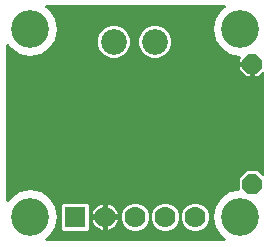
<source format=gbr>
G04 EAGLE Gerber RS-274X export*
G75*
%MOMM*%
%FSLAX34Y34*%
%LPD*%
%INBottom Copper*%
%IPPOS*%
%AMOC8*
5,1,8,0,0,1.08239X$1,22.5*%
G01*
%ADD10C,3.200000*%
%ADD11C,2.184400*%
%ADD12R,1.778000X1.778000*%
%ADD13C,1.778000*%
%ADD14P,1.814519X8X112.500000*%
%ADD15C,1.008000*%
%ADD16C,0.406400*%

G36*
X189498Y5094D02*
X189498Y5094D01*
X189603Y5098D01*
X189655Y5114D01*
X189710Y5121D01*
X189807Y5159D01*
X189907Y5189D01*
X189955Y5217D01*
X190006Y5238D01*
X190090Y5299D01*
X190180Y5353D01*
X190219Y5392D01*
X190263Y5424D01*
X190330Y5505D01*
X190403Y5579D01*
X190431Y5627D01*
X190466Y5669D01*
X190510Y5764D01*
X190563Y5854D01*
X190578Y5907D01*
X190601Y5957D01*
X190621Y6060D01*
X190650Y6160D01*
X190651Y6215D01*
X190661Y6269D01*
X190655Y6374D01*
X190657Y6478D01*
X190645Y6532D01*
X190642Y6587D01*
X190609Y6686D01*
X190586Y6788D01*
X190560Y6837D01*
X190543Y6889D01*
X190488Y6978D01*
X190440Y7070D01*
X190403Y7112D01*
X190373Y7158D01*
X190297Y7230D01*
X190228Y7308D01*
X190157Y7361D01*
X190142Y7376D01*
X190129Y7383D01*
X190100Y7405D01*
X187166Y9366D01*
X182250Y16722D01*
X180524Y25400D01*
X182250Y34078D01*
X187166Y41434D01*
X194522Y46350D01*
X201416Y47721D01*
X201562Y47770D01*
X201707Y47817D01*
X201712Y47820D01*
X201717Y47822D01*
X201846Y47904D01*
X201976Y47987D01*
X201980Y47991D01*
X201985Y47994D01*
X202088Y48106D01*
X202194Y48219D01*
X202197Y48224D01*
X202200Y48228D01*
X202274Y48363D01*
X202348Y48497D01*
X202349Y48502D01*
X202352Y48507D01*
X202389Y48658D01*
X202427Y48805D01*
X202428Y48812D01*
X202428Y48816D01*
X202428Y48825D01*
X202437Y48966D01*
X202437Y57864D01*
X208836Y64263D01*
X217884Y64263D01*
X221353Y60795D01*
X221462Y60709D01*
X221569Y60621D01*
X221588Y60612D01*
X221604Y60600D01*
X221732Y60544D01*
X221857Y60485D01*
X221877Y60481D01*
X221896Y60473D01*
X222034Y60451D01*
X222170Y60425D01*
X222190Y60427D01*
X222210Y60423D01*
X222349Y60436D01*
X222487Y60445D01*
X222506Y60451D01*
X222526Y60453D01*
X222658Y60500D01*
X222789Y60543D01*
X222807Y60554D01*
X222826Y60561D01*
X222941Y60639D01*
X223058Y60713D01*
X223072Y60728D01*
X223089Y60739D01*
X223181Y60844D01*
X223276Y60945D01*
X223286Y60963D01*
X223299Y60978D01*
X223363Y61102D01*
X223430Y61223D01*
X223435Y61243D01*
X223444Y61261D01*
X223474Y61397D01*
X223509Y61531D01*
X223511Y61559D01*
X223514Y61571D01*
X223513Y61592D01*
X223519Y61692D01*
X223519Y147306D01*
X223502Y147444D01*
X223489Y147583D01*
X223482Y147602D01*
X223479Y147622D01*
X223428Y147751D01*
X223381Y147882D01*
X223370Y147899D01*
X223362Y147918D01*
X223281Y148030D01*
X223203Y148145D01*
X223187Y148159D01*
X223176Y148175D01*
X223068Y148264D01*
X222964Y148356D01*
X222946Y148365D01*
X222931Y148378D01*
X222805Y148437D01*
X222681Y148500D01*
X222661Y148505D01*
X222643Y148513D01*
X222507Y148539D01*
X222371Y148570D01*
X222350Y148569D01*
X222331Y148573D01*
X222192Y148564D01*
X222053Y148560D01*
X222033Y148555D01*
X222013Y148553D01*
X221881Y148511D01*
X221747Y148472D01*
X221730Y148462D01*
X221711Y148455D01*
X221593Y148381D01*
X221473Y148310D01*
X221452Y148292D01*
X221442Y148285D01*
X221428Y148270D01*
X221353Y148204D01*
X217674Y144525D01*
X215391Y144525D01*
X215391Y154178D01*
X215376Y154296D01*
X215369Y154415D01*
X215356Y154453D01*
X215351Y154493D01*
X215308Y154604D01*
X215271Y154717D01*
X215249Y154751D01*
X215234Y154789D01*
X215165Y154885D01*
X215101Y154986D01*
X215071Y155014D01*
X215048Y155046D01*
X214956Y155122D01*
X214869Y155204D01*
X214834Y155223D01*
X214803Y155249D01*
X214695Y155300D01*
X214591Y155357D01*
X214551Y155367D01*
X214515Y155385D01*
X214398Y155407D01*
X214283Y155437D01*
X214223Y155441D01*
X214203Y155444D01*
X214182Y155443D01*
X214122Y155447D01*
X213867Y155447D01*
X213867Y155702D01*
X213852Y155820D01*
X213845Y155939D01*
X213832Y155977D01*
X213827Y156018D01*
X213783Y156128D01*
X213747Y156241D01*
X213725Y156276D01*
X213710Y156313D01*
X213640Y156409D01*
X213577Y156510D01*
X213547Y156538D01*
X213523Y156571D01*
X213432Y156647D01*
X213345Y156728D01*
X213310Y156748D01*
X213278Y156773D01*
X213171Y156824D01*
X213066Y156882D01*
X213027Y156892D01*
X212991Y156909D01*
X212874Y156931D01*
X212758Y156961D01*
X212698Y156965D01*
X212678Y156969D01*
X212658Y156967D01*
X212598Y156971D01*
X202945Y156971D01*
X202945Y159254D01*
X203285Y159594D01*
X203294Y159606D01*
X203306Y159615D01*
X203392Y159732D01*
X203480Y159845D01*
X203486Y159859D01*
X203495Y159871D01*
X203549Y160005D01*
X203607Y160137D01*
X203609Y160152D01*
X203615Y160165D01*
X203634Y160308D01*
X203657Y160451D01*
X203655Y160466D01*
X203657Y160481D01*
X203640Y160624D01*
X203627Y160768D01*
X203622Y160782D01*
X203620Y160796D01*
X203568Y160931D01*
X203519Y161067D01*
X203511Y161079D01*
X203506Y161093D01*
X203421Y161211D01*
X203341Y161330D01*
X203329Y161340D01*
X203321Y161352D01*
X203210Y161445D01*
X203102Y161541D01*
X203089Y161547D01*
X203078Y161557D01*
X202947Y161620D01*
X202819Y161685D01*
X202804Y161689D01*
X202791Y161695D01*
X202636Y161736D01*
X194522Y163350D01*
X187166Y168266D01*
X182250Y175622D01*
X180524Y184300D01*
X182250Y192978D01*
X187166Y200334D01*
X190100Y202295D01*
X190179Y202363D01*
X190263Y202424D01*
X190298Y202467D01*
X190340Y202503D01*
X190399Y202589D01*
X190466Y202669D01*
X190489Y202719D01*
X190521Y202765D01*
X190557Y202863D01*
X190602Y202957D01*
X190612Y203011D01*
X190631Y203063D01*
X190642Y203167D01*
X190661Y203270D01*
X190658Y203325D01*
X190664Y203379D01*
X190648Y203483D01*
X190642Y203587D01*
X190625Y203639D01*
X190616Y203694D01*
X190576Y203790D01*
X190544Y203889D01*
X190514Y203936D01*
X190493Y203987D01*
X190429Y204070D01*
X190373Y204158D01*
X190333Y204196D01*
X190300Y204240D01*
X190218Y204305D01*
X190142Y204376D01*
X190094Y204403D01*
X190050Y204437D01*
X189955Y204479D01*
X189863Y204530D01*
X189810Y204543D01*
X189759Y204566D01*
X189656Y204583D01*
X189555Y204609D01*
X189467Y204615D01*
X189446Y204618D01*
X189431Y204617D01*
X189395Y204619D01*
X39205Y204619D01*
X39102Y204606D01*
X38997Y204602D01*
X38945Y204586D01*
X38890Y204579D01*
X38793Y204541D01*
X38693Y204511D01*
X38645Y204483D01*
X38594Y204462D01*
X38510Y204401D01*
X38420Y204347D01*
X38381Y204308D01*
X38337Y204276D01*
X38270Y204195D01*
X38197Y204121D01*
X38169Y204073D01*
X38134Y204031D01*
X38089Y203936D01*
X38037Y203846D01*
X38022Y203793D01*
X37998Y203743D01*
X37979Y203640D01*
X37950Y203540D01*
X37949Y203485D01*
X37939Y203431D01*
X37945Y203326D01*
X37943Y203222D01*
X37955Y203168D01*
X37958Y203113D01*
X37991Y203014D01*
X38014Y202912D01*
X38039Y202863D01*
X38056Y202811D01*
X38112Y202722D01*
X38160Y202630D01*
X38197Y202588D01*
X38227Y202542D01*
X38303Y202470D01*
X38372Y202392D01*
X38443Y202339D01*
X38458Y202324D01*
X38471Y202317D01*
X38500Y202295D01*
X41434Y200334D01*
X46350Y192978D01*
X48076Y184300D01*
X46350Y175622D01*
X41434Y168266D01*
X34078Y163350D01*
X25400Y161624D01*
X16722Y163350D01*
X9366Y168266D01*
X7405Y171200D01*
X7337Y171279D01*
X7276Y171363D01*
X7233Y171398D01*
X7197Y171440D01*
X7111Y171499D01*
X7031Y171566D01*
X6981Y171589D01*
X6935Y171621D01*
X6837Y171657D01*
X6743Y171702D01*
X6689Y171712D01*
X6637Y171731D01*
X6533Y171742D01*
X6430Y171761D01*
X6375Y171758D01*
X6321Y171764D01*
X6217Y171748D01*
X6113Y171742D01*
X6061Y171725D01*
X6006Y171716D01*
X5910Y171676D01*
X5811Y171644D01*
X5764Y171614D01*
X5713Y171593D01*
X5630Y171529D01*
X5542Y171473D01*
X5504Y171433D01*
X5460Y171400D01*
X5395Y171318D01*
X5324Y171242D01*
X5297Y171194D01*
X5263Y171150D01*
X5221Y171055D01*
X5170Y170963D01*
X5157Y170910D01*
X5134Y170859D01*
X5117Y170756D01*
X5091Y170655D01*
X5085Y170567D01*
X5082Y170546D01*
X5083Y170531D01*
X5081Y170495D01*
X5081Y39205D01*
X5094Y39102D01*
X5098Y38997D01*
X5114Y38945D01*
X5121Y38890D01*
X5159Y38793D01*
X5189Y38693D01*
X5217Y38645D01*
X5238Y38594D01*
X5299Y38510D01*
X5353Y38420D01*
X5392Y38381D01*
X5424Y38337D01*
X5505Y38270D01*
X5579Y38197D01*
X5627Y38169D01*
X5669Y38134D01*
X5764Y38089D01*
X5854Y38037D01*
X5907Y38022D01*
X5957Y37998D01*
X6060Y37979D01*
X6160Y37950D01*
X6215Y37949D01*
X6269Y37939D01*
X6374Y37945D01*
X6478Y37943D01*
X6532Y37955D01*
X6587Y37958D01*
X6686Y37991D01*
X6788Y38014D01*
X6837Y38039D01*
X6889Y38056D01*
X6978Y38112D01*
X7070Y38160D01*
X7112Y38197D01*
X7158Y38227D01*
X7230Y38303D01*
X7308Y38372D01*
X7361Y38443D01*
X7376Y38458D01*
X7383Y38471D01*
X7405Y38500D01*
X9366Y41434D01*
X16722Y46350D01*
X25400Y48076D01*
X34078Y46350D01*
X41434Y41434D01*
X46350Y34078D01*
X48076Y25400D01*
X46350Y16722D01*
X41434Y9366D01*
X38500Y7405D01*
X38421Y7337D01*
X38337Y7276D01*
X38302Y7233D01*
X38260Y7197D01*
X38201Y7111D01*
X38134Y7031D01*
X38111Y6981D01*
X38079Y6935D01*
X38043Y6837D01*
X37998Y6743D01*
X37988Y6689D01*
X37969Y6637D01*
X37958Y6533D01*
X37939Y6430D01*
X37942Y6375D01*
X37936Y6321D01*
X37952Y6217D01*
X37958Y6113D01*
X37975Y6061D01*
X37984Y6006D01*
X38024Y5910D01*
X38056Y5811D01*
X38086Y5764D01*
X38107Y5713D01*
X38171Y5630D01*
X38227Y5542D01*
X38267Y5504D01*
X38300Y5460D01*
X38382Y5395D01*
X38458Y5324D01*
X38506Y5297D01*
X38550Y5263D01*
X38645Y5221D01*
X38737Y5170D01*
X38790Y5157D01*
X38841Y5134D01*
X38944Y5117D01*
X39045Y5091D01*
X39133Y5085D01*
X39154Y5082D01*
X39169Y5083D01*
X39205Y5081D01*
X189395Y5081D01*
X189498Y5094D01*
G37*
%LPC*%
G36*
X128352Y160297D02*
X128352Y160297D01*
X123404Y162347D01*
X119617Y166134D01*
X117567Y171082D01*
X117567Y176438D01*
X119617Y181386D01*
X123404Y185173D01*
X128352Y187223D01*
X133708Y187223D01*
X138656Y185173D01*
X142443Y181386D01*
X144493Y176438D01*
X144493Y171082D01*
X142443Y166134D01*
X138656Y162347D01*
X133708Y160297D01*
X128352Y160297D01*
G37*
%LPD*%
%LPC*%
G36*
X93352Y160297D02*
X93352Y160297D01*
X88404Y162347D01*
X84617Y166134D01*
X82567Y171082D01*
X82567Y176438D01*
X84617Y181386D01*
X88404Y185173D01*
X93352Y187223D01*
X98708Y187223D01*
X103656Y185173D01*
X107443Y181386D01*
X109493Y176438D01*
X109493Y171082D01*
X107443Y166134D01*
X103656Y162347D01*
X98708Y160297D01*
X93352Y160297D01*
G37*
%LPD*%
%LPC*%
G36*
X53558Y13969D02*
X53558Y13969D01*
X52069Y15458D01*
X52069Y35342D01*
X53558Y36831D01*
X73442Y36831D01*
X74931Y35342D01*
X74931Y15458D01*
X73442Y13969D01*
X53558Y13969D01*
G37*
%LPD*%
%LPC*%
G36*
X162826Y13969D02*
X162826Y13969D01*
X158625Y15709D01*
X155409Y18925D01*
X153669Y23126D01*
X153669Y27674D01*
X155409Y31875D01*
X158625Y35091D01*
X162826Y36831D01*
X167374Y36831D01*
X171575Y35091D01*
X174791Y31875D01*
X176531Y27674D01*
X176531Y23126D01*
X174791Y18925D01*
X171575Y15709D01*
X167374Y13969D01*
X162826Y13969D01*
G37*
%LPD*%
%LPC*%
G36*
X137426Y13969D02*
X137426Y13969D01*
X133225Y15709D01*
X130009Y18925D01*
X128269Y23126D01*
X128269Y27674D01*
X130009Y31875D01*
X133225Y35091D01*
X137426Y36831D01*
X141974Y36831D01*
X146175Y35091D01*
X149391Y31875D01*
X151131Y27674D01*
X151131Y23126D01*
X149391Y18925D01*
X146175Y15709D01*
X141974Y13969D01*
X137426Y13969D01*
G37*
%LPD*%
%LPC*%
G36*
X112026Y13969D02*
X112026Y13969D01*
X107825Y15709D01*
X104609Y18925D01*
X102869Y23126D01*
X102869Y27674D01*
X104609Y31875D01*
X107825Y35091D01*
X112026Y36831D01*
X116574Y36831D01*
X120775Y35091D01*
X123991Y31875D01*
X125731Y27674D01*
X125731Y23126D01*
X123991Y18925D01*
X120775Y15709D01*
X116574Y13969D01*
X112026Y13969D01*
G37*
%LPD*%
%LPC*%
G36*
X209046Y144525D02*
X209046Y144525D01*
X202945Y150626D01*
X202945Y152909D01*
X211329Y152909D01*
X211329Y144525D01*
X209046Y144525D01*
G37*
%LPD*%
%LPC*%
G36*
X91399Y27899D02*
X91399Y27899D01*
X91399Y36063D01*
X91458Y36054D01*
X93093Y35523D01*
X94625Y34742D01*
X94935Y34517D01*
X96016Y33731D01*
X97231Y32516D01*
X98242Y31125D01*
X99023Y29593D01*
X99554Y27958D01*
X99563Y27899D01*
X91399Y27899D01*
G37*
%LPD*%
%LPC*%
G36*
X78237Y27899D02*
X78237Y27899D01*
X78246Y27958D01*
X78777Y29593D01*
X79558Y31125D01*
X80569Y32516D01*
X81784Y33731D01*
X83175Y34742D01*
X84707Y35523D01*
X86342Y36054D01*
X86401Y36063D01*
X86401Y27899D01*
X78237Y27899D01*
G37*
%LPD*%
%LPC*%
G36*
X91399Y22901D02*
X91399Y22901D01*
X99563Y22901D01*
X99554Y22842D01*
X99023Y21207D01*
X98242Y19675D01*
X97231Y18284D01*
X96016Y17069D01*
X94625Y16058D01*
X93093Y15277D01*
X91458Y14746D01*
X91399Y14737D01*
X91399Y22901D01*
G37*
%LPD*%
%LPC*%
G36*
X86342Y14746D02*
X86342Y14746D01*
X84707Y15277D01*
X83175Y16058D01*
X81784Y17069D01*
X80569Y18284D01*
X79558Y19675D01*
X78777Y21207D01*
X78246Y22842D01*
X78237Y22901D01*
X86401Y22901D01*
X86401Y14737D01*
X86342Y14746D01*
G37*
%LPD*%
D10*
X203200Y25400D03*
X25400Y25400D03*
X25400Y184300D03*
X203200Y184300D03*
D11*
X96030Y173760D03*
X131030Y173760D03*
D12*
X63500Y25400D03*
D13*
X88900Y25400D03*
X114300Y25400D03*
X139700Y25400D03*
X165100Y25400D03*
D14*
X213360Y53340D03*
X213360Y154940D03*
D15*
X142240Y67310D03*
D16*
X144780Y67310D01*
D15*
X43180Y135890D03*
D16*
X43180Y137160D01*
M02*

</source>
